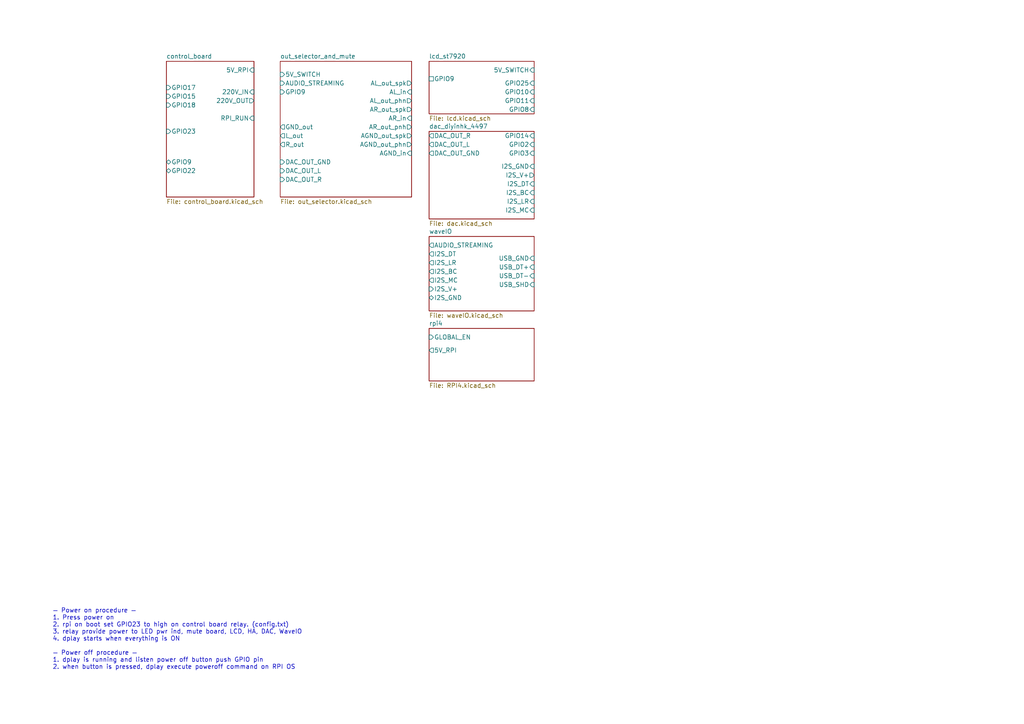
<source format=kicad_sch>
(kicad_sch (version 20211123) (generator eeschema)
  (paper "A4")
  (lib_symbols)
  (text "— Power on procedure —\n1. Press power on\n2. rpi on boot set GPIO23 to high on control board relay. (config.txt)\n3. relay provide power to LED pwr ind, mute board, LCD, HA, DAC, WaveIO\n4. dplay starts when everything is ON\n\n— Power off procedure —\n1. dplay is running and listen power off button push GPIO pin \n2. when button is pressed, dplay execute poweroff command on RPI OS" (at 15.24 194.31 0) (effects (font (size 1.27 1.27)) (justify left bottom)))
  (sheet (at 48.26 17.78) (size 25.4 39.37)
    (property "Sheet name" "control_board" (at 48.26 17.0684 0) (effects (justify left bottom)))
    (property "Sheet file" "control_board.kicad_sch" (at 48.26 57.7346 0) (effects (justify left top)))
    (pin "GPIO15" input (at 48.26 27.94 180))
    (pin "GPIO18" input (at 48.26 30.48 180))
    (pin "GPIO17" input (at 48.26 25.4 180))
    (pin "GPIO23" input (at 48.26 38.1 180))
    (pin "GPIO9" bidirectional (at 48.26 46.99 180))
    (pin "220V_IN" input (at 73.66 26.67 0))
    (pin "220V_OUT" output (at 73.66 29.21 0))
    (pin "5V_RPI" input (at 73.66 20.32 0))
    (pin "GPIO22" bidirectional (at 48.26 49.53 180))
    (pin "RPI_RUN" input (at 73.66 34.29 0))
  )
  (sheet (at 81.28 17.78) (size 38.1 39.37)
    (property "Sheet name" "out_selector_and_mute" (at 81.28 17.0684 0) (effects (justify left bottom)))
    (property "Sheet file" "out_selector.kicad_sch" (at 81.28 57.7346 0) (effects (justify left top)))
    (pin "GPIO9" input (at 81.28 26.67 180))
    (pin "AUDIO_STREAMING" input (at 81.28 24.13 180))
    (pin "GND_out" output (at 81.28 36.83 180))
    (pin "R_out" output (at 81.28 41.91 180))
    (pin "L_out" output (at 81.28 39.37 180))
    (pin "AGND_in" input (at 119.38 44.45 0))
    (pin "AGND_out_phn" output (at 119.38 41.91 0))
    (pin "AGND_out_spk" output (at 119.38 39.37 0))
    (pin "AR_out_pnh" output (at 119.38 36.83 0))
    (pin "AR_in" input (at 119.38 34.29 0))
    (pin "AR_out_spk" output (at 119.38 31.75 0))
    (pin "AL_out_phn" output (at 119.38 29.21 0))
    (pin "AL_in" input (at 119.38 26.67 0))
    (pin "AL_out_spk" output (at 119.38 24.13 0))
    (pin "DAC_OUT_GND" input (at 81.28 46.99 180))
    (pin "DAC_OUT_R" input (at 81.28 52.07 180))
    (pin "DAC_OUT_L" input (at 81.28 49.53 180))
    (pin "5V_SWITCH" input (at 81.28 21.59 180))
  )
  (sheet (at 124.46 17.78) (size 30.48 15.24)
    (property "Sheet name" "lcd_st7920" (at 124.46 17.0684 0) (effects (justify left bottom)))
    (property "Sheet file" "lcd.kicad_sch" (at 124.46 33.6046 0) (effects (justify left top)))
    (pin "5V_SWITCH" input (at 154.94 20.32 0))
    (pin "GPIO25" input (at 154.94 24.13 0))
    (pin "GPIO10" input (at 154.94 26.67 0))
    (pin "GPIO11" input (at 154.94 29.21 0))
    (pin "GPIO9" passive (at 124.46 22.86 180))
    (pin "GPIO8" input (at 154.94 31.75 0))
  )
  (sheet (at 124.46 95.25) (size 30.48 15.24)
    (property "Sheet name" "rpi4" (at 124.46 94.5384 0) (effects (justify left bottom)))
    (property "Sheet file" "RPI4.kicad_sch" (at 124.46 111.0746 0) (effects (justify left top)))
    (pin "GLOBAL_EN" input (at 124.46 97.79 180))
    (pin "5V_RPI" output (at 124.46 101.6 180))
  )
  (sheet (at 124.46 68.58) (size 30.48 21.59)
    (property "Sheet name" "waveIO" (at 124.46 67.8684 0) (effects (justify left bottom)))
    (property "Sheet file" "waveIO.kicad_sch" (at 124.46 90.7546 0) (effects (justify left top)))
    (pin "AUDIO_STREAMING" output (at 124.46 71.12 180))
    (pin "I2S_DT" output (at 124.46 73.66 180))
    (pin "I2S_LR" output (at 124.46 76.2 180))
    (pin "I2S_BC" output (at 124.46 78.74 180))
    (pin "I2S_MC" output (at 124.46 81.28 180))
    (pin "I2S_V+" input (at 124.46 83.82 180))
    (pin "I2S_GND" bidirectional (at 124.46 86.36 180))
    (pin "USB_GND" input (at 154.94 74.93 0))
    (pin "USB_DT+" input (at 154.94 77.47 0))
    (pin "USB_DT-" input (at 154.94 80.01 0))
    (pin "USB_SHD" input (at 154.94 82.55 0))
  )
  (sheet (at 124.46 38.1) (size 30.48 25.4)
    (property "Sheet name" "dac_diyinhk_4497" (at 124.46 37.3884 0) (effects (justify left bottom)))
    (property "Sheet file" "dac.kicad_sch" (at 124.46 64.0846 0) (effects (justify left top)))
    (pin "I2S_MC" input (at 154.94 60.96 0))
    (pin "I2S_LR" input (at 154.94 58.42 0))
    (pin "I2S_BC" input (at 154.94 55.88 0))
    (pin "I2S_DT" input (at 154.94 53.34 0))
    (pin "I2S_V+" output (at 154.94 50.8 0))
    (pin "I2S_GND" input (at 154.94 48.26 0))
    (pin "GPIO3" input (at 154.94 44.45 0))
    (pin "GPIO2" input (at 154.94 41.91 0))
    (pin "GPIO14" input (at 154.94 39.37 0))
    (pin "DAC_OUT_R" output (at 124.46 39.37 180))
    (pin "DAC_OUT_GND" output (at 124.46 44.45 180))
    (pin "DAC_OUT_L" output (at 124.46 41.91 180))
  )
)
</source>
